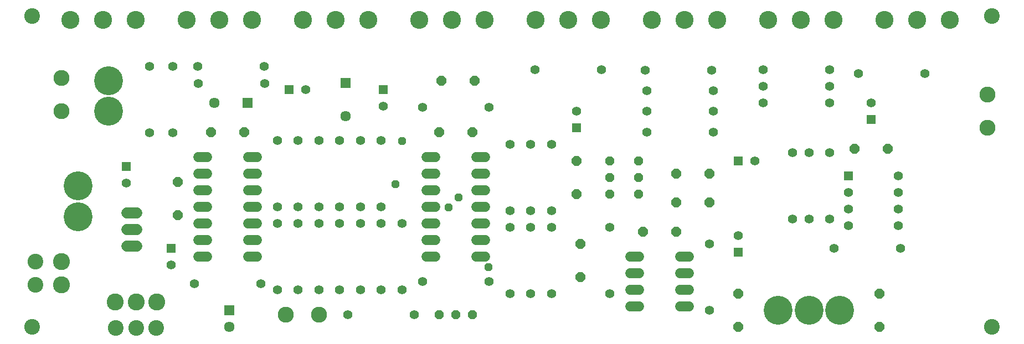
<source format=gbs>
G75*
G70*
%OFA0B0*%
%FSLAX24Y24*%
%IPPOS*%
%LPD*%
%AMOC8*
5,1,8,0,0,1.08239X$1,22.5*
%
%ADD10C,0.0946*%
%ADD11C,0.0600*%
%ADD12C,0.0680*%
%ADD13R,0.0556X0.0556*%
%ADD14C,0.0556*%
%ADD15R,0.0634X0.0634*%
%ADD16C,0.0634*%
%ADD17OC8,0.0600*%
%ADD18OC8,0.0556*%
%ADD19C,0.1080*%
%ADD20C,0.1025*%
%ADD21C,0.1740*%
%ADD22C,0.0966*%
%ADD23OC8,0.0480*%
D10*
X001181Y001776D03*
X001381Y004326D03*
X001381Y005726D03*
X006206Y001726D03*
X007431Y001726D03*
X008656Y001726D03*
X001181Y020526D03*
X058931Y020526D03*
X058931Y001776D03*
D11*
X040691Y003026D02*
X040171Y003026D01*
X040171Y004026D02*
X040691Y004026D01*
X040691Y005026D02*
X040171Y005026D01*
X040171Y006026D02*
X040691Y006026D01*
X037691Y006026D02*
X037171Y006026D01*
X037171Y005026D02*
X037691Y005026D01*
X037691Y004026D02*
X037171Y004026D01*
X037171Y003026D02*
X037691Y003026D01*
X028441Y006026D02*
X027921Y006026D01*
X027921Y007026D02*
X028441Y007026D01*
X028441Y008026D02*
X027921Y008026D01*
X027921Y009026D02*
X028441Y009026D01*
X028441Y010026D02*
X027921Y010026D01*
X027921Y011026D02*
X028441Y011026D01*
X028441Y012026D02*
X027921Y012026D01*
X025441Y012026D02*
X024921Y012026D01*
X024921Y011026D02*
X025441Y011026D01*
X025441Y010026D02*
X024921Y010026D01*
X024921Y009026D02*
X025441Y009026D01*
X025441Y008026D02*
X024921Y008026D01*
X024921Y007026D02*
X025441Y007026D01*
X025441Y006026D02*
X024921Y006026D01*
X014691Y006026D02*
X014171Y006026D01*
X014171Y007026D02*
X014691Y007026D01*
X014691Y008026D02*
X014171Y008026D01*
X014171Y009026D02*
X014691Y009026D01*
X014691Y010026D02*
X014171Y010026D01*
X014171Y011026D02*
X014691Y011026D01*
X014691Y012026D02*
X014171Y012026D01*
X011691Y012026D02*
X011171Y012026D01*
X011171Y011026D02*
X011691Y011026D01*
X011691Y010026D02*
X011171Y010026D01*
X011171Y009026D02*
X011691Y009026D01*
X011691Y008026D02*
X011171Y008026D01*
X011171Y007026D02*
X011691Y007026D01*
X011691Y006026D02*
X011171Y006026D01*
D12*
X007481Y006651D02*
X006881Y006651D01*
X006881Y007651D02*
X007481Y007651D01*
X007481Y008651D02*
X006881Y008651D01*
D13*
X009556Y006526D03*
X006831Y011451D03*
X016656Y016101D03*
X022306Y016101D03*
X033931Y013776D03*
X043681Y011776D03*
X050306Y010901D03*
X051681Y014276D03*
X043681Y006276D03*
D14*
X043681Y007276D03*
X041931Y006776D03*
X046931Y008276D03*
X047931Y008276D03*
X049181Y008276D03*
X050306Y007901D03*
X050306Y008901D03*
X050306Y009901D03*
X053306Y009901D03*
X053306Y008901D03*
X053306Y007901D03*
X053431Y006526D03*
X049431Y006526D03*
X041931Y002776D03*
X035931Y003776D03*
X032431Y003776D03*
X031181Y003776D03*
X029931Y003776D03*
X028681Y004526D03*
X024681Y004526D03*
X023431Y004026D03*
X022181Y004026D03*
X020931Y004026D03*
X019681Y004026D03*
X018431Y004026D03*
X017181Y004026D03*
X015931Y004026D03*
X014931Y004401D03*
X010931Y004401D03*
X009556Y005526D03*
X015931Y008026D03*
X017181Y008026D03*
X018431Y008026D03*
X019681Y008026D03*
X020931Y008026D03*
X022181Y008026D03*
X023431Y008026D03*
X022181Y009026D03*
X020931Y009026D03*
X019681Y009026D03*
X018431Y009026D03*
X017181Y009026D03*
X015931Y009026D03*
X015931Y013026D03*
X017181Y013026D03*
X018431Y013026D03*
X019681Y013026D03*
X020931Y013026D03*
X022181Y013026D03*
X022306Y015101D03*
X024681Y015026D03*
X028681Y015026D03*
X029931Y012776D03*
X031181Y012776D03*
X032431Y012776D03*
X033931Y014776D03*
X038181Y014776D03*
X038181Y013526D03*
X042181Y013526D03*
X042181Y014776D03*
X042181Y016026D03*
X042066Y017255D03*
X045181Y017276D03*
X045181Y016276D03*
X045181Y015276D03*
X049181Y015276D03*
X049181Y016276D03*
X049181Y017276D03*
X050893Y017069D03*
X051681Y015276D03*
X054893Y017069D03*
X049181Y012276D03*
X047931Y012276D03*
X046931Y012276D03*
X044681Y011776D03*
X053306Y010901D03*
X038181Y016026D03*
X038066Y017255D03*
X035431Y017276D03*
X031431Y017276D03*
X017656Y016101D03*
X015181Y016451D03*
X015131Y017501D03*
X011131Y017501D03*
X009656Y017476D03*
X008256Y017476D03*
X011181Y016451D03*
X009656Y013476D03*
X008256Y013476D03*
X006831Y010451D03*
X020181Y002526D03*
X024181Y002526D03*
X029931Y007776D03*
X031181Y007776D03*
X032431Y007776D03*
X032431Y008776D03*
X031181Y008776D03*
X029931Y008776D03*
X035931Y007776D03*
D15*
X020031Y016501D03*
X014131Y015276D03*
X013056Y002776D03*
D16*
X013056Y001776D03*
X020031Y014501D03*
X012131Y015276D03*
D17*
X011931Y013526D03*
X013931Y013526D03*
X009931Y010526D03*
X009931Y008526D03*
X025681Y013526D03*
X027681Y013526D03*
X033931Y011776D03*
X033931Y009776D03*
X037931Y007526D03*
X039931Y007526D03*
X039931Y009276D03*
X041931Y009276D03*
X041931Y011026D03*
X039931Y011026D03*
X034181Y006776D03*
X034181Y004776D03*
X043681Y003776D03*
X043681Y001776D03*
X052181Y001776D03*
X052181Y003776D03*
X052681Y012526D03*
X050681Y012526D03*
X027792Y016628D03*
X025792Y016628D03*
D18*
X035931Y011776D03*
X037681Y011776D03*
X037681Y010776D03*
X037681Y009776D03*
X035931Y009776D03*
X035931Y010776D03*
X027681Y002526D03*
X026681Y002526D03*
X025681Y002526D03*
D19*
X026431Y020276D03*
X024463Y020276D03*
X021400Y020276D03*
X019431Y020276D03*
X017463Y020276D03*
X014400Y020276D03*
X012431Y020276D03*
X010463Y020276D03*
X007400Y020276D03*
X005431Y020276D03*
X003463Y020276D03*
X028400Y020276D03*
X031463Y020276D03*
X033431Y020276D03*
X035400Y020276D03*
X038463Y020276D03*
X040431Y020276D03*
X042400Y020276D03*
X045463Y020276D03*
X047431Y020276D03*
X049400Y020276D03*
X052463Y020276D03*
X054431Y020276D03*
X056400Y020276D03*
D20*
X008681Y003276D03*
X007431Y003276D03*
X006181Y003276D03*
X002931Y004326D03*
X002931Y005726D03*
D21*
X003931Y008426D03*
X003931Y010276D03*
X005781Y014776D03*
X005781Y016626D03*
X046081Y002776D03*
X047931Y002776D03*
X049782Y002776D03*
D22*
X058681Y013776D03*
X058681Y015776D03*
X018431Y002526D03*
X016431Y002526D03*
X002931Y014776D03*
X002931Y016776D03*
D23*
X023431Y012976D03*
X023031Y010376D03*
X026231Y008976D03*
X026831Y009576D03*
X028631Y005376D03*
M02*

</source>
